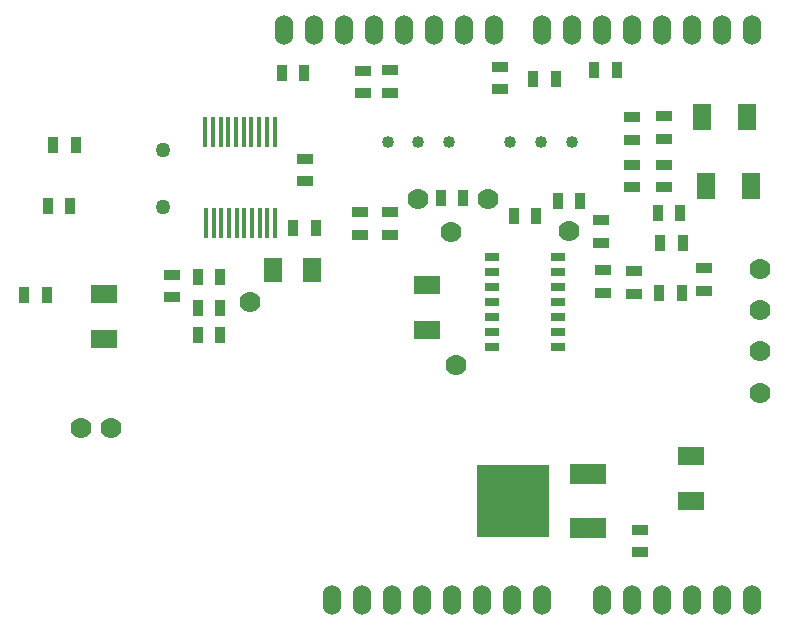
<source format=gts>
G04 (created by PCBNEW (2013-07-07 BZR 4022)-stable) date 10/29/2014 9:54:54 AM*
%MOIN*%
G04 Gerber Fmt 3.4, Leading zero omitted, Abs format*
%FSLAX34Y34*%
G01*
G70*
G90*
G04 APERTURE LIST*
%ADD10C,0.00590551*%
%ADD11R,0.06X0.08*%
%ADD12R,0.055X0.035*%
%ADD13R,0.035X0.055*%
%ADD14C,0.07*%
%ADD15R,0.011811X0.0984252*%
%ADD16C,0.05*%
%ADD17R,0.0866X0.063*%
%ADD18R,0.063X0.0866*%
%ADD19R,0.05X0.025*%
%ADD20R,0.12X0.065*%
%ADD21R,0.24X0.24*%
%ADD22O,0.06X0.1*%
%ADD23C,0.04*%
G04 APERTURE END LIST*
G54D10*
G54D11*
X81810Y-48370D03*
X83110Y-48370D03*
G54D12*
X94832Y-43997D03*
X94832Y-43247D03*
G54D13*
X79305Y-50525D03*
X80055Y-50525D03*
G54D12*
X78450Y-49275D03*
X78450Y-48525D03*
G54D13*
X79295Y-48595D03*
X80045Y-48595D03*
X74487Y-44202D03*
X75237Y-44202D03*
X74300Y-46240D03*
X75050Y-46240D03*
X79305Y-49619D03*
X80055Y-49619D03*
G54D12*
X82866Y-45399D03*
X82866Y-44649D03*
G54D13*
X82485Y-46964D03*
X83235Y-46964D03*
G54D12*
X93830Y-48410D03*
X93830Y-49160D03*
G54D13*
X94690Y-49120D03*
X95440Y-49120D03*
G54D12*
X84694Y-47195D03*
X84694Y-46445D03*
G54D13*
X95473Y-47470D03*
X94723Y-47470D03*
G54D12*
X93789Y-44016D03*
X93789Y-43266D03*
G54D13*
X94634Y-46476D03*
X95384Y-46476D03*
G54D12*
X92736Y-46711D03*
X92736Y-47461D03*
X93759Y-44861D03*
X93759Y-45611D03*
X94842Y-45611D03*
X94842Y-44861D03*
G54D13*
X89841Y-46564D03*
X90591Y-46564D03*
G54D12*
X85698Y-47195D03*
X85698Y-46445D03*
G54D13*
X82845Y-41790D03*
X82095Y-41790D03*
X73510Y-49190D03*
X74260Y-49190D03*
G54D12*
X84793Y-41725D03*
X84793Y-42475D03*
X85720Y-41705D03*
X85720Y-42455D03*
X89373Y-41595D03*
X89373Y-42345D03*
X94047Y-57775D03*
X94047Y-57025D03*
G54D13*
X91232Y-42007D03*
X90482Y-42007D03*
X93272Y-41710D03*
X92522Y-41710D03*
G54D14*
X81030Y-49430D03*
G54D15*
X79575Y-46809D03*
X79831Y-46809D03*
X80087Y-46809D03*
X80343Y-46809D03*
X80599Y-46809D03*
X80855Y-46809D03*
X81111Y-46809D03*
X81366Y-46809D03*
X81622Y-46809D03*
X81878Y-46809D03*
X81859Y-43757D03*
X81603Y-43757D03*
X81347Y-43757D03*
X81091Y-43757D03*
X80835Y-43757D03*
X80579Y-43757D03*
X80323Y-43757D03*
X80067Y-43757D03*
X79811Y-43757D03*
X79555Y-43757D03*
G54D16*
X78133Y-44359D03*
X78133Y-46280D03*
G54D14*
X98038Y-52456D03*
X98038Y-51078D03*
X98038Y-49700D03*
X98038Y-48322D03*
X75400Y-53637D03*
X76407Y-53641D03*
G54D17*
X86958Y-50373D03*
X86958Y-48877D03*
G54D18*
X97736Y-45580D03*
X96240Y-45580D03*
X96122Y-43248D03*
X97618Y-43248D03*
G54D17*
X76185Y-50668D03*
X76185Y-49172D03*
X95753Y-56071D03*
X95753Y-54575D03*
G54D19*
X91302Y-50920D03*
X91302Y-50420D03*
X91302Y-49920D03*
X91302Y-49420D03*
X91302Y-48920D03*
X91302Y-48420D03*
X91302Y-47920D03*
X89102Y-47920D03*
X89102Y-48420D03*
X89102Y-48920D03*
X89102Y-49420D03*
X89102Y-49920D03*
X89102Y-50420D03*
X89102Y-50920D03*
G54D20*
X92304Y-56965D03*
G54D21*
X89804Y-56065D03*
G54D20*
X92304Y-55165D03*
G54D12*
X92820Y-48375D03*
X92820Y-49125D03*
X96185Y-48310D03*
X96185Y-49060D03*
G54D14*
X91670Y-47075D03*
X88960Y-45990D03*
X87741Y-47111D03*
X87923Y-51545D03*
X86633Y-46013D03*
G54D22*
X89170Y-40364D03*
X88170Y-40364D03*
X87170Y-40364D03*
X86170Y-40364D03*
X85170Y-40364D03*
X84170Y-40364D03*
X83170Y-40364D03*
X82170Y-40364D03*
X86770Y-59364D03*
X85770Y-59364D03*
X84770Y-59364D03*
X83770Y-59364D03*
X87770Y-59364D03*
X88770Y-59364D03*
X89770Y-59364D03*
X90770Y-59364D03*
X92770Y-59364D03*
X93770Y-59364D03*
X94770Y-59364D03*
X95770Y-59364D03*
X96770Y-59364D03*
X97770Y-59364D03*
X97770Y-40364D03*
X96770Y-40364D03*
X95770Y-40364D03*
X94770Y-40364D03*
X93770Y-40364D03*
X92770Y-40364D03*
X91770Y-40364D03*
X90770Y-40364D03*
G54D13*
X88155Y-45970D03*
X87405Y-45970D03*
X92054Y-46053D03*
X91304Y-46053D03*
G54D23*
X91762Y-44114D03*
X90738Y-44114D03*
X89715Y-44114D03*
X87682Y-44095D03*
X86658Y-44095D03*
X85635Y-44095D03*
M02*

</source>
